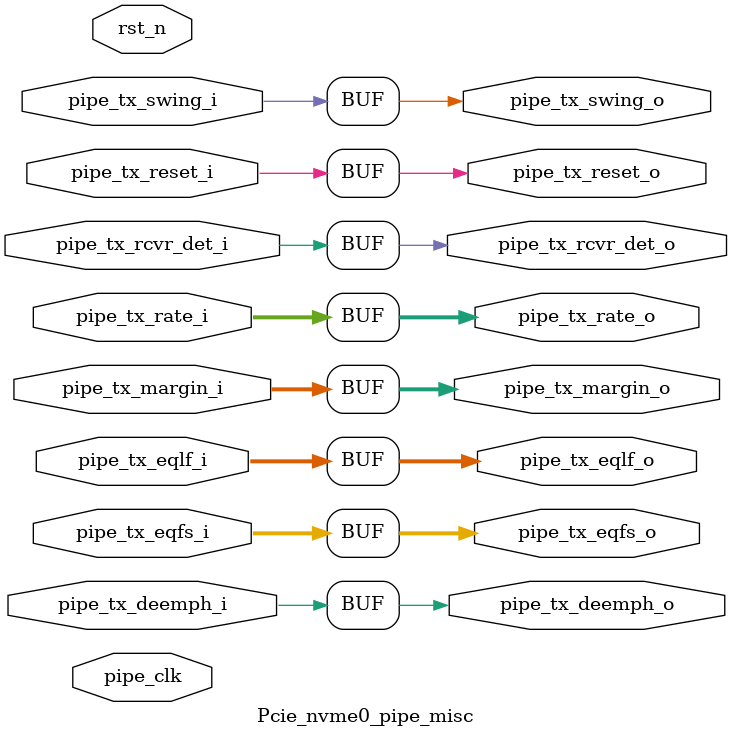
<source format=v>


`timescale 1ps/1ps

(* DowngradeIPIdentifiedWarnings = "yes" *)
module Pcie_nvme0_pipe_misc 
 #(
  parameter TCQ = 100,
  parameter PIPE_PIPELINE_STAGES = 0
  ) (
  input  wire         pipe_tx_rcvr_det_i,
  input  wire         pipe_tx_reset_i,
  input  wire   [1:0] pipe_tx_rate_i,
  input  wire         pipe_tx_deemph_i,
  input  wire   [2:0] pipe_tx_margin_i,
  input  wire         pipe_tx_swing_i,
  input  wire   [5:0] pipe_tx_eqfs_i,
  input  wire   [5:0] pipe_tx_eqlf_i,
  output wire         pipe_tx_rcvr_det_o,
  output wire         pipe_tx_reset_o,
  output wire   [1:0] pipe_tx_rate_o,
  output wire         pipe_tx_deemph_o,
  output wire   [2:0] pipe_tx_margin_o,
  output wire         pipe_tx_swing_o,
  output wire   [5:0] pipe_tx_eqfs_o,
  output wire   [5:0] pipe_tx_eqlf_o,
  input  wire         pipe_clk,
  input  wire         rst_n
  );

  reg                 pipe_tx_rcvr_det_q;
  reg                 pipe_tx_reset_q;
  reg           [1:0] pipe_tx_rate_q;
  reg                 pipe_tx_deemph_q;
  reg           [2:0] pipe_tx_margin_q;
  reg                 pipe_tx_swing_q;
  reg           [5:0] pipe_tx_eqfs_q;
  reg           [5:0] pipe_tx_eqlf_q;
  reg                 pipe_tx_rcvr_det_qq;
  reg                 pipe_tx_reset_qq;
  reg           [1:0] pipe_tx_rate_qq;
  reg                 pipe_tx_deemph_qq;
  reg           [2:0] pipe_tx_margin_qq;
  reg                 pipe_tx_swing_qq;
  reg           [5:0] pipe_tx_eqfs_qq;
  reg           [5:0] pipe_tx_eqlf_qq;

  generate
    if (PIPE_PIPELINE_STAGES == 0)
    begin : pipe_stages_0
      assign pipe_tx_rcvr_det_o = pipe_tx_rcvr_det_i;
      assign pipe_tx_reset_o = pipe_tx_reset_i;
      assign pipe_tx_rate_o = pipe_tx_rate_i;
      assign pipe_tx_deemph_o = pipe_tx_deemph_i;
      assign pipe_tx_margin_o = pipe_tx_margin_i;
      assign pipe_tx_swing_o = pipe_tx_swing_i;
      assign pipe_tx_eqfs_o = pipe_tx_eqfs_i;
      assign pipe_tx_eqlf_o = pipe_tx_eqlf_i;
    end
    else if (PIPE_PIPELINE_STAGES == 1)
    begin : pipe_stages_1
      always @(posedge pipe_clk)
      begin
        if (!rst_n)
        begin
          pipe_tx_rcvr_det_q <= #TCQ 1'b0;
          pipe_tx_reset_q <= #TCQ 1'b1;
          pipe_tx_rate_q <= #TCQ 2'b0;
          pipe_tx_deemph_q <= #TCQ 1'b1;
          pipe_tx_margin_q <= #TCQ 3'b0;
          pipe_tx_swing_q <= #TCQ 1'b0;
          pipe_tx_eqfs_q <= #TCQ 5'b0;
          pipe_tx_eqlf_q <= #TCQ 5'b0;
        end
        else
        begin
          pipe_tx_rcvr_det_q <= #TCQ pipe_tx_rcvr_det_i;
          pipe_tx_reset_q <= #TCQ pipe_tx_reset_i;
          pipe_tx_rate_q <= #TCQ pipe_tx_rate_i;
          pipe_tx_deemph_q <= #TCQ pipe_tx_deemph_i;
          pipe_tx_margin_q <= #TCQ pipe_tx_margin_i;
          pipe_tx_swing_q <= #TCQ pipe_tx_swing_i;
          pipe_tx_eqfs_q <= #TCQ pipe_tx_eqfs_i;
          pipe_tx_eqlf_q <= #TCQ pipe_tx_eqlf_i;
        end
      end
      assign pipe_tx_rcvr_det_o = pipe_tx_rcvr_det_q;
      assign pipe_tx_reset_o = pipe_tx_reset_q;
      assign pipe_tx_rate_o = pipe_tx_rate_q;
      assign pipe_tx_deemph_o = pipe_tx_deemph_q;
      assign pipe_tx_margin_o = pipe_tx_margin_q;
      assign pipe_tx_swing_o = pipe_tx_swing_q;
      assign pipe_tx_eqfs_o = pipe_tx_eqfs_q;
      assign pipe_tx_eqlf_o = pipe_tx_eqlf_q;
    end
    else if (PIPE_PIPELINE_STAGES == 2)
    begin : pipe_stages_2
      always @(posedge pipe_clk)
      begin
        if (!rst_n)
        begin
          pipe_tx_rcvr_det_q <= #TCQ 1'b0;
          pipe_tx_reset_q <= #TCQ 1'b1;
          pipe_tx_rate_q <= #TCQ 2'b0;
          pipe_tx_deemph_q <= #TCQ 1'b1;
          pipe_tx_margin_q <= #TCQ 1'b0;
          pipe_tx_swing_q <= #TCQ 1'b0;
          pipe_tx_eqfs_q <= #TCQ 5'b0;
          pipe_tx_eqlf_q <= #TCQ 5'b0;
          pipe_tx_rcvr_det_qq <= #TCQ 1'b0;
          pipe_tx_reset_qq <= #TCQ 1'b1;
          pipe_tx_rate_qq <= #TCQ 2'b0;
          pipe_tx_deemph_qq <= #TCQ 1'b1;
          pipe_tx_margin_qq <= #TCQ 1'b0;
          pipe_tx_swing_qq <= #TCQ 1'b0;
          pipe_tx_eqfs_qq <= #TCQ 5'b0;
          pipe_tx_eqlf_qq <= #TCQ 5'b0;
        end
        else
        begin
          pipe_tx_rcvr_det_q <= #TCQ pipe_tx_rcvr_det_i;
          pipe_tx_reset_q <= #TCQ pipe_tx_reset_i;
          pipe_tx_rate_q <= #TCQ pipe_tx_rate_i;
          pipe_tx_deemph_q <= #TCQ pipe_tx_deemph_i;
          pipe_tx_margin_q <= #TCQ pipe_tx_margin_i;
          pipe_tx_swing_q <= #TCQ pipe_tx_swing_i;
          pipe_tx_eqfs_q <= #TCQ pipe_tx_eqfs_i;
          pipe_tx_eqlf_q <= #TCQ pipe_tx_eqlf_i;
          pipe_tx_rcvr_det_qq <= #TCQ pipe_tx_rcvr_det_q;
          pipe_tx_reset_qq <= #TCQ pipe_tx_reset_q;
          pipe_tx_rate_qq <= #TCQ pipe_tx_rate_q;
          pipe_tx_deemph_qq <= #TCQ pipe_tx_deemph_q;
          pipe_tx_margin_qq <= #TCQ pipe_tx_margin_q;
          pipe_tx_swing_qq <= #TCQ pipe_tx_swing_q;
          pipe_tx_eqfs_qq <= #TCQ pipe_tx_eqfs_q;
          pipe_tx_eqlf_qq <= #TCQ pipe_tx_eqlf_q;
        end
      end
      assign pipe_tx_rcvr_det_o = pipe_tx_rcvr_det_qq;
      assign pipe_tx_reset_o = pipe_tx_reset_qq;
      assign pipe_tx_rate_o = pipe_tx_rate_qq;
      assign pipe_tx_deemph_o = pipe_tx_deemph_qq;
      assign pipe_tx_margin_o = pipe_tx_margin_qq;
      assign pipe_tx_swing_o = pipe_tx_swing_qq;
      assign pipe_tx_eqfs_o = pipe_tx_eqfs_qq;
      assign pipe_tx_eqlf_o = pipe_tx_eqlf_qq;
    end
    else
    begin
      assign pipe_tx_rcvr_det_o = pipe_tx_rcvr_det_i;
      assign pipe_tx_reset_o = pipe_tx_reset_i;
      assign pipe_tx_rate_o = pipe_tx_rate_i;
      assign pipe_tx_deemph_o = pipe_tx_deemph_i;
      assign pipe_tx_margin_o = pipe_tx_margin_i;
      assign pipe_tx_swing_o = pipe_tx_swing_i;
      assign pipe_tx_eqfs_o = pipe_tx_eqfs_i;
      assign pipe_tx_eqlf_o = pipe_tx_eqlf_i;
    end
  endgenerate

endmodule

</source>
